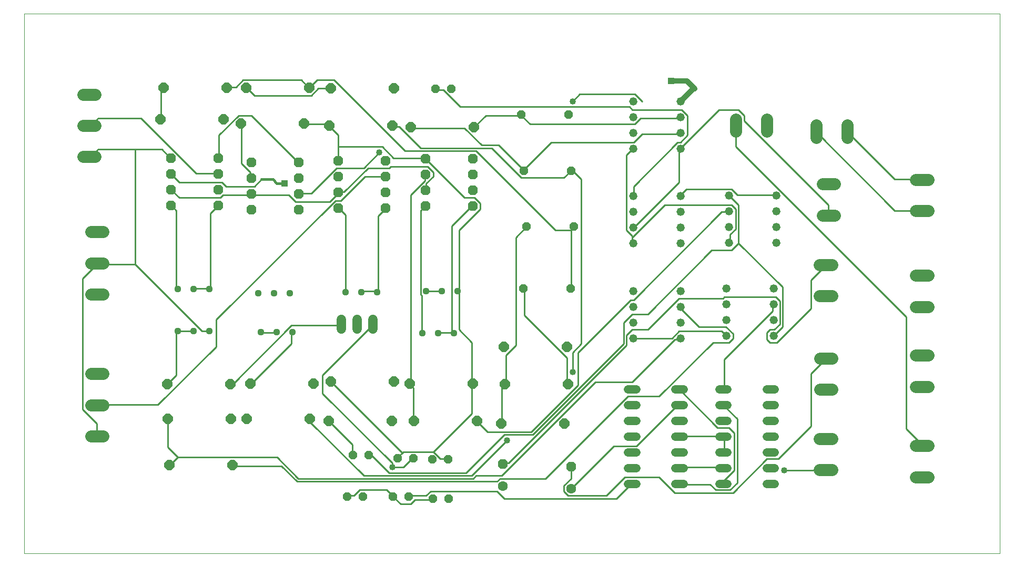
<source format=gtl>
G75*
%MOIN*%
%OFA0B0*%
%FSLAX25Y25*%
%IPPOS*%
%LPD*%
%AMOC8*
5,1,8,0,0,1.08239X$1,22.5*
%
%ADD10C,0.00000*%
%ADD11C,0.07800*%
%ADD12OC8,0.05200*%
%ADD13OC8,0.06300*%
%ADD14C,0.06300*%
%ADD15OC8,0.05600*%
%ADD16C,0.05200*%
%ADD17C,0.05200*%
%ADD18C,0.06000*%
%ADD19C,0.04400*%
%ADD20OC8,0.06496*%
%ADD21C,0.01000*%
%ADD22C,0.04000*%
%ADD23R,0.03962X0.03962*%
%ADD24C,0.03200*%
%ADD25C,0.01600*%
D10*
X0001000Y0001000D02*
X0001000Y0343520D01*
X0619110Y0343520D01*
X0619110Y0001000D01*
X0001000Y0001000D01*
D11*
X0043163Y0075552D02*
X0050963Y0075552D01*
X0050963Y0095252D02*
X0043163Y0095252D01*
X0043163Y0114952D02*
X0050963Y0114952D01*
X0050963Y0165552D02*
X0043163Y0165552D01*
X0043163Y0185252D02*
X0050963Y0185252D01*
X0050963Y0204952D02*
X0043163Y0204952D01*
X0045963Y0252678D02*
X0038163Y0252678D01*
X0038163Y0272378D02*
X0045963Y0272378D01*
X0045963Y0292078D02*
X0038163Y0292078D01*
X0451730Y0276554D02*
X0451730Y0268754D01*
X0471530Y0268754D02*
X0471530Y0276554D01*
X0502911Y0272617D02*
X0502911Y0264817D01*
X0522711Y0264817D02*
X0522711Y0272617D01*
X0565958Y0238105D02*
X0573758Y0238105D01*
X0573758Y0218305D02*
X0565958Y0218305D01*
X0514703Y0215470D02*
X0506903Y0215470D01*
X0506903Y0235270D02*
X0514703Y0235270D01*
X0512774Y0184128D02*
X0504974Y0184128D01*
X0504974Y0164328D02*
X0512774Y0164328D01*
X0565958Y0157557D02*
X0573758Y0157557D01*
X0573758Y0177357D02*
X0565958Y0177357D01*
X0565958Y0126727D02*
X0573758Y0126727D01*
X0573758Y0106927D02*
X0565958Y0106927D01*
X0513010Y0105076D02*
X0505210Y0105076D01*
X0505210Y0124876D02*
X0513010Y0124876D01*
X0512774Y0073892D02*
X0504974Y0073892D01*
X0504974Y0054092D02*
X0512774Y0054092D01*
X0565958Y0049565D02*
X0573758Y0049565D01*
X0573758Y0069365D02*
X0565958Y0069365D01*
D12*
X0269425Y0060646D03*
X0259425Y0060646D03*
X0247575Y0061276D03*
X0237575Y0061276D03*
X0219150Y0063402D03*
X0209150Y0063402D03*
X0205488Y0037024D03*
X0215488Y0037024D03*
X0234425Y0037024D03*
X0244425Y0037024D03*
X0259819Y0035843D03*
X0269819Y0035843D03*
X0271709Y0295685D03*
X0261709Y0295685D03*
D13*
X0255134Y0251433D03*
X0255134Y0241433D03*
X0255134Y0231433D03*
X0255134Y0221433D03*
X0230016Y0220252D03*
X0230016Y0230252D03*
X0230016Y0240252D03*
X0230016Y0250252D03*
X0200016Y0250252D03*
X0200016Y0240252D03*
X0200016Y0230252D03*
X0200016Y0220252D03*
X0174898Y0219071D03*
X0174898Y0229071D03*
X0174898Y0239071D03*
X0174898Y0249071D03*
X0144898Y0249071D03*
X0144898Y0239071D03*
X0144898Y0229071D03*
X0144898Y0219071D03*
X0123717Y0221827D03*
X0123717Y0231827D03*
X0123717Y0241827D03*
X0123717Y0251827D03*
X0093717Y0251827D03*
X0093717Y0241827D03*
X0093717Y0231827D03*
X0093717Y0221827D03*
X0285134Y0221433D03*
X0285134Y0231433D03*
X0285134Y0241433D03*
X0285134Y0251433D03*
X0304307Y0057921D03*
X0347614Y0056228D03*
D14*
X0347614Y0042228D03*
X0304307Y0043921D03*
D15*
X0317063Y0169071D03*
X0347063Y0169071D03*
X0349307Y0208441D03*
X0319307Y0208441D03*
X0317614Y0243874D03*
X0347614Y0243874D03*
X0345921Y0279307D03*
X0315921Y0279307D03*
D16*
X0383597Y0105094D02*
X0388797Y0105094D01*
X0388797Y0095094D02*
X0383597Y0095094D01*
X0383597Y0085094D02*
X0388797Y0085094D01*
X0388797Y0075094D02*
X0383597Y0075094D01*
X0383597Y0065094D02*
X0388797Y0065094D01*
X0388797Y0055094D02*
X0383597Y0055094D01*
X0383597Y0045094D02*
X0388797Y0045094D01*
X0413597Y0045094D02*
X0418797Y0045094D01*
X0418797Y0055094D02*
X0413597Y0055094D01*
X0413597Y0065094D02*
X0418797Y0065094D01*
X0418797Y0075094D02*
X0413597Y0075094D01*
X0413597Y0085094D02*
X0418797Y0085094D01*
X0418797Y0095094D02*
X0413597Y0095094D01*
X0413597Y0105094D02*
X0418797Y0105094D01*
X0441471Y0105252D02*
X0446671Y0105252D01*
X0446671Y0095252D02*
X0441471Y0095252D01*
X0441471Y0085252D02*
X0446671Y0085252D01*
X0446671Y0075252D02*
X0441471Y0075252D01*
X0441471Y0065252D02*
X0446671Y0065252D01*
X0446671Y0055252D02*
X0441471Y0055252D01*
X0441471Y0045252D02*
X0446671Y0045252D01*
X0471471Y0045252D02*
X0476671Y0045252D01*
X0476671Y0055252D02*
X0471471Y0055252D01*
X0471471Y0065252D02*
X0476671Y0065252D01*
X0476671Y0075252D02*
X0471471Y0075252D01*
X0471471Y0085252D02*
X0476671Y0085252D01*
X0476671Y0095252D02*
X0471471Y0095252D01*
X0471471Y0105252D02*
X0476671Y0105252D01*
D17*
X0475843Y0138953D03*
X0475843Y0148953D03*
X0475843Y0158953D03*
X0475843Y0168953D03*
X0445843Y0168953D03*
X0445843Y0158953D03*
X0445843Y0148953D03*
X0445843Y0138953D03*
X0416787Y0137378D03*
X0416787Y0147378D03*
X0416787Y0157378D03*
X0416787Y0167378D03*
X0386787Y0167378D03*
X0386787Y0157378D03*
X0386787Y0147378D03*
X0386787Y0137378D03*
X0386787Y0197614D03*
X0386787Y0207614D03*
X0386787Y0217614D03*
X0386787Y0227614D03*
X0416787Y0227614D03*
X0416787Y0217614D03*
X0416787Y0207614D03*
X0416787Y0197614D03*
X0447417Y0198008D03*
X0447417Y0208008D03*
X0447417Y0218008D03*
X0447417Y0228008D03*
X0477417Y0228008D03*
X0477417Y0218008D03*
X0477417Y0208008D03*
X0477417Y0198008D03*
X0416787Y0257850D03*
X0416787Y0267850D03*
X0416787Y0277850D03*
X0416787Y0287850D03*
X0386787Y0287850D03*
X0386787Y0277850D03*
X0386787Y0267850D03*
X0386787Y0257850D03*
D18*
X0221827Y0149394D02*
X0221827Y0143394D01*
X0211827Y0143394D02*
X0211827Y0149394D01*
X0201827Y0149394D02*
X0201827Y0143394D01*
D19*
X0171000Y0141433D03*
X0161000Y0141433D03*
X0151000Y0141433D03*
X0118126Y0141945D03*
X0108126Y0141945D03*
X0098126Y0141945D03*
X0098126Y0168874D03*
X0108126Y0168874D03*
X0118126Y0168874D03*
X0149307Y0166197D03*
X0159307Y0166197D03*
X0169307Y0166197D03*
X0204425Y0166827D03*
X0214425Y0166827D03*
X0224425Y0166827D03*
X0255606Y0167457D03*
X0265606Y0167457D03*
X0275606Y0167457D03*
X0273362Y0140803D03*
X0263362Y0140803D03*
X0253362Y0140803D03*
D20*
X0304819Y0132024D03*
X0305488Y0108520D03*
X0285370Y0108756D03*
X0245370Y0108756D03*
X0235370Y0110134D03*
X0195370Y0110134D03*
X0184189Y0108756D03*
X0181827Y0086512D03*
X0193795Y0085134D03*
X0233795Y0085134D03*
X0247732Y0085134D03*
X0287732Y0085134D03*
X0303244Y0083402D03*
X0343244Y0083402D03*
X0345488Y0108520D03*
X0344819Y0132024D03*
X0144189Y0108756D03*
X0131709Y0108520D03*
X0131827Y0086512D03*
X0141827Y0086512D03*
X0091827Y0086512D03*
X0091709Y0108520D03*
X0093008Y0057220D03*
X0133008Y0057220D03*
X0245882Y0271433D03*
X0234189Y0272378D03*
X0235370Y0296000D03*
X0195370Y0296000D03*
X0181433Y0296551D03*
X0178283Y0273756D03*
X0194189Y0272378D03*
X0138283Y0273756D03*
X0127102Y0276315D03*
X0129071Y0296551D03*
X0141433Y0296551D03*
X0089071Y0296551D03*
X0087102Y0276315D03*
X0285882Y0271433D03*
D21*
X0286300Y0271682D01*
X0293500Y0278882D01*
X0315100Y0278882D01*
X0315921Y0279307D01*
X0316000Y0278882D01*
X0321400Y0273482D01*
X0388000Y0273482D01*
X0391600Y0277082D01*
X0415900Y0277082D01*
X0416787Y0277850D01*
X0421300Y0278882D02*
X0417700Y0282482D01*
X0386200Y0282482D01*
X0384400Y0284282D01*
X0277300Y0284282D01*
X0266500Y0295082D01*
X0262000Y0295082D01*
X0261709Y0295685D01*
X0235000Y0271682D02*
X0234189Y0272378D01*
X0235000Y0271682D02*
X0238600Y0271682D01*
X0252100Y0258182D01*
X0297100Y0258182D01*
X0316000Y0239282D01*
X0343000Y0239282D01*
X0347500Y0243782D01*
X0347614Y0243874D01*
X0348400Y0243782D01*
X0353800Y0238382D01*
X0353800Y0133982D01*
X0348400Y0128582D01*
X0348400Y0115982D01*
X0345488Y0108520D02*
X0344800Y0108782D01*
X0344800Y0124982D01*
X0317800Y0151982D01*
X0317800Y0168182D01*
X0317063Y0169071D01*
X0347063Y0169071D02*
X0347500Y0169082D01*
X0347500Y0205982D01*
X0337600Y0205982D01*
X0287200Y0256382D01*
X0242200Y0256382D01*
X0197200Y0301382D01*
X0186400Y0301382D01*
X0181900Y0296882D01*
X0181433Y0296551D01*
X0181000Y0296882D01*
X0176500Y0301382D01*
X0139600Y0301382D01*
X0135100Y0296882D01*
X0129700Y0296882D01*
X0129071Y0296551D01*
X0141433Y0296551D02*
X0142300Y0295982D01*
X0146800Y0291482D01*
X0182800Y0291482D01*
X0187300Y0295982D01*
X0194500Y0295982D01*
X0195370Y0296000D01*
X0192700Y0273482D02*
X0178300Y0273482D01*
X0178283Y0273756D01*
X0192700Y0273482D02*
X0193600Y0272582D01*
X0194189Y0272378D01*
X0194500Y0271682D01*
X0199900Y0266282D01*
X0199900Y0259082D01*
X0227800Y0259082D01*
X0235000Y0251882D01*
X0254800Y0251882D01*
X0255134Y0251433D01*
X0255700Y0250982D01*
X0280000Y0226682D01*
X0286300Y0226682D01*
X0289900Y0223082D01*
X0289900Y0219482D01*
X0276400Y0205982D01*
X0276400Y0168182D01*
X0275606Y0167457D01*
X0276400Y0167282D01*
X0276400Y0142982D01*
X0284500Y0134882D01*
X0284500Y0108782D01*
X0285370Y0108756D01*
X0284500Y0107882D01*
X0284500Y0089882D01*
X0260200Y0065582D01*
X0241300Y0065582D01*
X0240400Y0064682D01*
X0195400Y0109682D01*
X0195370Y0110134D01*
X0190000Y0114182D02*
X0190000Y0102482D01*
X0234100Y0058382D01*
X0234100Y0055682D01*
X0241300Y0055682D01*
X0246700Y0061082D01*
X0247575Y0061276D01*
X0240400Y0064682D02*
X0237700Y0061982D01*
X0237575Y0061276D01*
X0232300Y0052082D02*
X0280900Y0052082D01*
X0305200Y0076382D01*
X0323200Y0076382D01*
X0380800Y0133982D01*
X0380800Y0147482D01*
X0386200Y0152882D01*
X0396100Y0152882D01*
X0436600Y0193382D01*
X0449200Y0193382D01*
X0453700Y0197882D01*
X0481600Y0169982D01*
X0481600Y0144782D01*
X0476200Y0139382D01*
X0475843Y0138953D01*
X0476200Y0142982D02*
X0473500Y0142982D01*
X0471700Y0141182D01*
X0471700Y0136682D01*
X0473500Y0134882D01*
X0478000Y0134882D01*
X0499600Y0156482D01*
X0499600Y0174482D01*
X0508600Y0183482D01*
X0508874Y0184128D01*
X0479800Y0160982D02*
X0477100Y0163682D01*
X0444700Y0163682D01*
X0443800Y0162782D01*
X0415900Y0162782D01*
X0396100Y0142982D01*
X0386200Y0142982D01*
X0382600Y0139382D01*
X0382600Y0133082D01*
X0307900Y0058382D01*
X0305200Y0058382D01*
X0304307Y0057921D01*
X0303400Y0050282D02*
X0287200Y0050282D01*
X0285400Y0048482D01*
X0174700Y0048482D01*
X0161200Y0061982D01*
X0098200Y0061982D01*
X0091900Y0068282D01*
X0091900Y0086282D01*
X0091827Y0086512D01*
X0085600Y0095282D02*
X0047800Y0095282D01*
X0047063Y0095252D01*
X0037900Y0092582D02*
X0037900Y0175382D01*
X0046900Y0184382D01*
X0047063Y0185252D01*
X0047800Y0184382D01*
X0071200Y0184382D01*
X0071200Y0257282D01*
X0047800Y0257282D01*
X0042063Y0252678D01*
X0071200Y0257282D02*
X0088300Y0257282D01*
X0093700Y0251882D01*
X0093717Y0251827D01*
X0093717Y0241827D02*
X0094600Y0241082D01*
X0099100Y0236582D01*
X0126100Y0236582D01*
X0128800Y0233882D01*
X0146800Y0233882D01*
X0151300Y0238382D01*
X0144898Y0239071D02*
X0144100Y0239282D01*
X0144100Y0242882D01*
X0138700Y0248282D01*
X0138700Y0273482D01*
X0138283Y0273756D01*
X0136900Y0278882D02*
X0145000Y0278882D01*
X0174700Y0249182D01*
X0174898Y0249071D01*
X0182800Y0229382D02*
X0199000Y0245582D01*
X0216100Y0245582D01*
X0226000Y0255482D01*
X0233200Y0246482D02*
X0232300Y0245582D01*
X0218800Y0245582D01*
X0203500Y0230282D01*
X0200800Y0230282D01*
X0200016Y0230252D01*
X0199900Y0229382D01*
X0194500Y0223982D01*
X0172900Y0223982D01*
X0168400Y0228482D01*
X0145000Y0228482D01*
X0144898Y0229071D01*
X0144100Y0228482D01*
X0127000Y0228482D01*
X0125200Y0226682D01*
X0099100Y0226682D01*
X0094600Y0231182D01*
X0093717Y0231827D01*
X0093717Y0221827D02*
X0094600Y0221282D01*
X0097300Y0218582D01*
X0097300Y0169082D01*
X0098126Y0168874D01*
X0108126Y0168874D02*
X0109000Y0169082D01*
X0118000Y0169082D01*
X0118126Y0168874D01*
X0118900Y0169082D01*
X0118900Y0216782D01*
X0123400Y0221282D01*
X0123717Y0221827D01*
X0123717Y0241827D02*
X0123400Y0241982D01*
X0109900Y0241982D01*
X0074800Y0277082D01*
X0047800Y0277082D01*
X0042063Y0272378D01*
X0087102Y0276315D02*
X0087400Y0277082D01*
X0087400Y0295082D01*
X0088300Y0295982D01*
X0089071Y0296551D01*
X0124300Y0266282D02*
X0136900Y0278882D01*
X0124300Y0266282D02*
X0124300Y0251882D01*
X0123717Y0251827D01*
X0174898Y0229071D02*
X0175600Y0229382D01*
X0182800Y0229382D01*
X0198100Y0224882D02*
X0122500Y0149282D01*
X0122500Y0132182D01*
X0085600Y0095282D01*
X0091709Y0108520D02*
X0091900Y0108782D01*
X0097300Y0114182D01*
X0097300Y0141182D01*
X0098126Y0141945D01*
X0098200Y0142082D01*
X0108100Y0142082D01*
X0108126Y0141945D01*
X0113500Y0142082D02*
X0071200Y0184382D01*
X0113500Y0142082D02*
X0118000Y0142082D01*
X0118126Y0141945D01*
X0151000Y0141433D02*
X0151300Y0141182D01*
X0160300Y0141182D01*
X0161000Y0141433D01*
X0170200Y0141182D02*
X0171000Y0141433D01*
X0170200Y0141182D02*
X0170200Y0133982D01*
X0145000Y0108782D01*
X0144189Y0108756D01*
X0132400Y0107882D02*
X0131709Y0108520D01*
X0132400Y0107882D02*
X0170200Y0145682D01*
X0201700Y0145682D01*
X0201827Y0146394D01*
X0221500Y0145682D02*
X0221827Y0146394D01*
X0221500Y0145682D02*
X0190000Y0114182D01*
X0181827Y0086512D02*
X0181900Y0086282D01*
X0181900Y0084482D01*
X0216100Y0050282D01*
X0284500Y0050282D01*
X0307000Y0072782D01*
X0294400Y0078182D02*
X0288100Y0084482D01*
X0287732Y0085134D01*
X0294400Y0078182D02*
X0322300Y0078182D01*
X0352000Y0107882D01*
X0352000Y0128582D01*
X0385300Y0161882D01*
X0387100Y0161882D01*
X0442900Y0217682D01*
X0447400Y0217682D01*
X0447417Y0218008D01*
X0449200Y0222182D02*
X0406900Y0222182D01*
X0386200Y0201482D01*
X0386200Y0197882D01*
X0386787Y0197614D01*
X0386200Y0201482D02*
X0386200Y0202382D01*
X0382600Y0205982D01*
X0382600Y0253682D01*
X0386200Y0257282D01*
X0386787Y0257850D01*
X0387100Y0261782D02*
X0334900Y0261782D01*
X0317800Y0244682D01*
X0317614Y0243874D01*
X0316900Y0244682D01*
X0301600Y0259982D01*
X0290800Y0259982D01*
X0280000Y0270782D01*
X0246700Y0270782D01*
X0245882Y0271433D01*
X0256600Y0246482D02*
X0233200Y0246482D01*
X0230016Y0240252D02*
X0229600Y0240182D01*
X0217000Y0240182D01*
X0201700Y0224882D01*
X0198100Y0224882D01*
X0200016Y0220252D02*
X0200800Y0219482D01*
X0204400Y0215882D01*
X0204400Y0167282D01*
X0204425Y0166827D01*
X0214425Y0166827D02*
X0215200Y0167282D01*
X0224200Y0167282D01*
X0224425Y0166827D01*
X0225100Y0167282D01*
X0225100Y0214982D01*
X0229600Y0219482D01*
X0230016Y0220252D01*
X0245800Y0228482D02*
X0245800Y0108782D01*
X0245370Y0108756D01*
X0245800Y0107882D01*
X0247600Y0106082D01*
X0247600Y0085382D01*
X0247732Y0085134D01*
X0260200Y0065582D02*
X0264700Y0061082D01*
X0269200Y0061082D01*
X0269425Y0060646D01*
X0300700Y0046682D02*
X0302500Y0048482D01*
X0331300Y0048482D01*
X0383500Y0100682D01*
X0403300Y0100682D01*
X0437500Y0134882D01*
X0447400Y0134882D01*
X0450100Y0137582D01*
X0450100Y0140282D01*
X0445600Y0144782D01*
X0428500Y0144782D01*
X0416800Y0156482D01*
X0416787Y0157378D01*
X0415900Y0142082D02*
X0442900Y0142082D01*
X0445600Y0139382D01*
X0445843Y0138953D01*
X0444700Y0124082D02*
X0444700Y0106082D01*
X0444071Y0105252D01*
X0444071Y0095252D02*
X0444700Y0094382D01*
X0452800Y0086282D01*
X0452800Y0045782D01*
X0448300Y0041282D01*
X0439300Y0041282D01*
X0435700Y0044882D01*
X0416800Y0044882D01*
X0416197Y0045094D01*
X0413200Y0039482D02*
X0450100Y0039482D01*
X0471700Y0061082D01*
X0478900Y0061082D01*
X0499600Y0081782D01*
X0499600Y0115082D01*
X0508600Y0124082D01*
X0509110Y0124876D01*
X0479800Y0146582D02*
X0476200Y0142982D01*
X0479800Y0146582D02*
X0479800Y0160982D01*
X0475843Y0158953D02*
X0475300Y0158282D01*
X0475300Y0154682D01*
X0444700Y0124082D01*
X0416787Y0137378D02*
X0415900Y0136682D01*
X0413200Y0136682D01*
X0386200Y0109682D01*
X0362800Y0109682D01*
X0303400Y0050282D01*
X0300700Y0046682D02*
X0173800Y0046682D01*
X0163900Y0056582D01*
X0133300Y0056582D01*
X0133008Y0057220D01*
X0098200Y0061982D02*
X0093700Y0057482D01*
X0093008Y0057220D01*
X0047063Y0075552D02*
X0046900Y0076382D01*
X0046900Y0083582D01*
X0037900Y0092582D01*
X0193795Y0085134D02*
X0194500Y0084482D01*
X0208900Y0070082D01*
X0208900Y0063782D01*
X0209150Y0063402D01*
X0219150Y0063402D02*
X0219700Y0062882D01*
X0221500Y0062882D01*
X0232300Y0052082D01*
X0230500Y0041282D02*
X0213400Y0041282D01*
X0209800Y0037682D01*
X0206200Y0037682D01*
X0205488Y0037024D01*
X0230500Y0041282D02*
X0234100Y0037682D01*
X0234425Y0037024D01*
X0235000Y0036782D01*
X0239500Y0032282D01*
X0245800Y0032282D01*
X0248500Y0034982D01*
X0259300Y0034982D01*
X0259819Y0035843D01*
X0255700Y0037682D02*
X0258400Y0040382D01*
X0300700Y0040382D01*
X0305200Y0035882D01*
X0376300Y0035882D01*
X0385300Y0044882D01*
X0386197Y0045094D01*
X0381700Y0049382D02*
X0403300Y0049382D01*
X0413200Y0039482D01*
X0416197Y0055094D02*
X0416800Y0055682D01*
X0443800Y0055682D01*
X0444071Y0055252D01*
X0451000Y0053882D02*
X0451000Y0077282D01*
X0447400Y0080882D01*
X0440200Y0080882D01*
X0416800Y0104282D01*
X0416197Y0105094D01*
X0416197Y0095094D02*
X0415900Y0094382D01*
X0414100Y0094382D01*
X0388900Y0069182D01*
X0374500Y0069182D01*
X0348400Y0043082D01*
X0347614Y0042228D01*
X0345700Y0037682D02*
X0343000Y0040382D01*
X0343000Y0043982D01*
X0347500Y0048482D01*
X0347500Y0055682D01*
X0347614Y0056228D01*
X0345700Y0037682D02*
X0370000Y0037682D01*
X0381700Y0049382D01*
X0416197Y0075094D02*
X0416800Y0075482D01*
X0443800Y0075482D01*
X0444071Y0075252D01*
X0444700Y0074582D01*
X0444700Y0065582D01*
X0444071Y0065252D01*
X0451000Y0053882D02*
X0444700Y0047582D01*
X0444700Y0045782D01*
X0444071Y0045252D01*
X0482500Y0053882D02*
X0508600Y0053882D01*
X0508874Y0054092D01*
X0559900Y0079982D02*
X0569800Y0070082D01*
X0569858Y0069365D01*
X0559900Y0079982D02*
X0559900Y0151082D01*
X0451900Y0259082D01*
X0451900Y0272582D01*
X0451730Y0272654D01*
X0457300Y0275282D02*
X0457300Y0278882D01*
X0453700Y0282482D01*
X0441100Y0282482D01*
X0416800Y0258182D01*
X0416787Y0257850D01*
X0415900Y0257282D01*
X0415900Y0236582D01*
X0387100Y0207782D01*
X0386787Y0207614D01*
X0386787Y0227614D02*
X0387100Y0228482D01*
X0387100Y0233882D01*
X0415000Y0261782D01*
X0416800Y0261782D01*
X0421300Y0266282D01*
X0421300Y0278882D01*
X0416787Y0267850D02*
X0415900Y0267182D01*
X0392500Y0267182D01*
X0387100Y0261782D01*
X0392500Y0287882D02*
X0388000Y0292382D01*
X0352900Y0292382D01*
X0348400Y0287882D01*
X0260200Y0242882D02*
X0260200Y0240182D01*
X0255700Y0235682D01*
X0255700Y0232082D01*
X0255134Y0231433D01*
X0254800Y0237482D02*
X0245800Y0228482D01*
X0254800Y0221282D02*
X0255134Y0221433D01*
X0254800Y0221282D02*
X0252100Y0218582D01*
X0252100Y0165482D01*
X0253000Y0164582D01*
X0253000Y0141182D01*
X0253362Y0140803D01*
X0263362Y0140803D02*
X0263800Y0141182D01*
X0271900Y0141182D01*
X0273362Y0140803D01*
X0272800Y0141182D01*
X0271900Y0141182D01*
X0271900Y0208682D01*
X0284500Y0221282D01*
X0285134Y0221433D01*
X0254800Y0237482D02*
X0254800Y0241082D01*
X0255134Y0241433D01*
X0256600Y0246482D02*
X0260200Y0242882D01*
X0200016Y0250252D02*
X0199900Y0250982D01*
X0199900Y0259082D01*
X0312400Y0201482D02*
X0318700Y0207782D01*
X0319307Y0208441D01*
X0312400Y0201482D02*
X0312400Y0133082D01*
X0306100Y0126782D01*
X0306100Y0108782D01*
X0305488Y0108520D01*
X0305200Y0107882D01*
X0303400Y0106082D01*
X0303400Y0083582D01*
X0303244Y0083402D01*
X0255700Y0037682D02*
X0244900Y0037682D01*
X0244425Y0037024D01*
X0386787Y0137378D02*
X0387100Y0137582D01*
X0411400Y0137582D01*
X0415900Y0142082D01*
X0447417Y0198008D02*
X0448300Y0198782D01*
X0448300Y0203282D01*
X0451900Y0206882D01*
X0451900Y0219482D01*
X0449200Y0222182D01*
X0453700Y0222182D02*
X0448300Y0227582D01*
X0447417Y0228008D01*
X0449200Y0232082D02*
X0420400Y0232082D01*
X0416800Y0228482D01*
X0416787Y0227614D01*
X0449200Y0232082D02*
X0452800Y0228482D01*
X0477100Y0228482D01*
X0477417Y0228008D01*
X0453700Y0222182D02*
X0453700Y0197882D01*
X0510400Y0215882D02*
X0510803Y0215470D01*
X0510400Y0215882D02*
X0510400Y0222182D01*
X0457300Y0275282D01*
X0502911Y0268717D02*
X0503200Y0268082D01*
X0552700Y0218582D01*
X0569800Y0218582D01*
X0569858Y0218305D01*
X0569858Y0238105D02*
X0569800Y0238382D01*
X0552700Y0238382D01*
X0523000Y0268082D01*
X0522711Y0268717D01*
X0349307Y0208441D02*
X0349300Y0207782D01*
X0347500Y0205982D01*
X0265606Y0167457D02*
X0265600Y0167282D01*
X0255700Y0167282D01*
X0255606Y0167457D01*
D22*
X0348400Y0115982D03*
X0307000Y0072782D03*
X0234100Y0055682D03*
X0482500Y0053882D03*
X0226000Y0255482D03*
X0348400Y0287882D03*
D23*
X0411000Y0300882D03*
X0166000Y0235882D03*
D24*
X0411000Y0300882D02*
X0421000Y0300882D01*
X0426000Y0295882D01*
X0424819Y0295882D01*
X0416787Y0287850D01*
D25*
X0166000Y0235882D02*
X0161000Y0235882D01*
X0158500Y0238382D01*
X0151300Y0238382D01*
M02*

</source>
